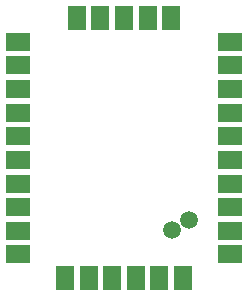
<source format=gbr>
G04 #@! TF.FileFunction,Soldermask,Bot*
%FSLAX46Y46*%
G04 Gerber Fmt 4.6, Leading zero omitted, Abs format (unit mm)*
G04 Created by KiCad (PCBNEW 4.0.4-stable) date 05/29/18 15:09:19*
%MOMM*%
%LPD*%
G01*
G04 APERTURE LIST*
%ADD10C,0.100000*%
%ADD11R,1.500000X1.500000*%
%ADD12R,2.000000X1.500000*%
%ADD13R,1.500000X2.000000*%
%ADD14C,1.500000*%
G04 APERTURE END LIST*
D10*
D11*
X100000000Y-90000000D03*
D12*
X100000000Y-90000000D03*
D11*
X100000000Y-88000000D03*
D12*
X100000000Y-88000000D03*
D11*
X100000000Y-86000000D03*
X100000000Y-84000000D03*
D12*
X100000000Y-86000000D03*
X100000000Y-84000000D03*
D11*
X100000000Y-96000000D03*
X100000000Y-94000000D03*
X100000000Y-98000000D03*
X100000000Y-92000000D03*
D12*
X100000000Y-96000000D03*
X100000000Y-92000000D03*
X100000000Y-98000000D03*
X100000000Y-94000000D03*
D11*
X100000000Y-80000000D03*
X100000000Y-82000000D03*
D12*
X100000000Y-82000000D03*
X100000000Y-80000000D03*
D11*
X104000000Y-100000000D03*
D13*
X104000000Y-100000000D03*
D11*
X106000000Y-100000000D03*
D13*
X106000000Y-100000000D03*
D11*
X108000000Y-100000000D03*
X110000000Y-100000000D03*
D13*
X108000000Y-100000000D03*
X110000000Y-100000000D03*
D11*
X114000000Y-100000000D03*
X112000000Y-100000000D03*
D13*
X112000000Y-100000000D03*
X114000000Y-100000000D03*
D11*
X118000000Y-86000000D03*
X118000000Y-84000000D03*
X118000000Y-90000000D03*
X118000000Y-88000000D03*
X118000000Y-80000000D03*
X118000000Y-82000000D03*
X118000000Y-96000000D03*
X118000000Y-94000000D03*
X118000000Y-98000000D03*
X118000000Y-92000000D03*
D12*
X118000000Y-86000000D03*
X118000000Y-84000000D03*
X118000000Y-88000000D03*
X118000000Y-90000000D03*
X118000000Y-82000000D03*
X118000000Y-80000000D03*
X118000000Y-96000000D03*
X118000000Y-98000000D03*
X118000000Y-92000000D03*
X118000000Y-94000000D03*
D11*
X107000000Y-78000000D03*
X109000000Y-78000000D03*
X105000000Y-78000000D03*
X111000000Y-78000000D03*
X113000000Y-78000000D03*
D13*
X107000000Y-78000000D03*
X111000000Y-78000000D03*
X105000000Y-78000000D03*
X109000000Y-78000000D03*
X113000000Y-78000000D03*
D14*
X113020000Y-95950000D03*
X114520000Y-95050000D03*
M02*

</source>
